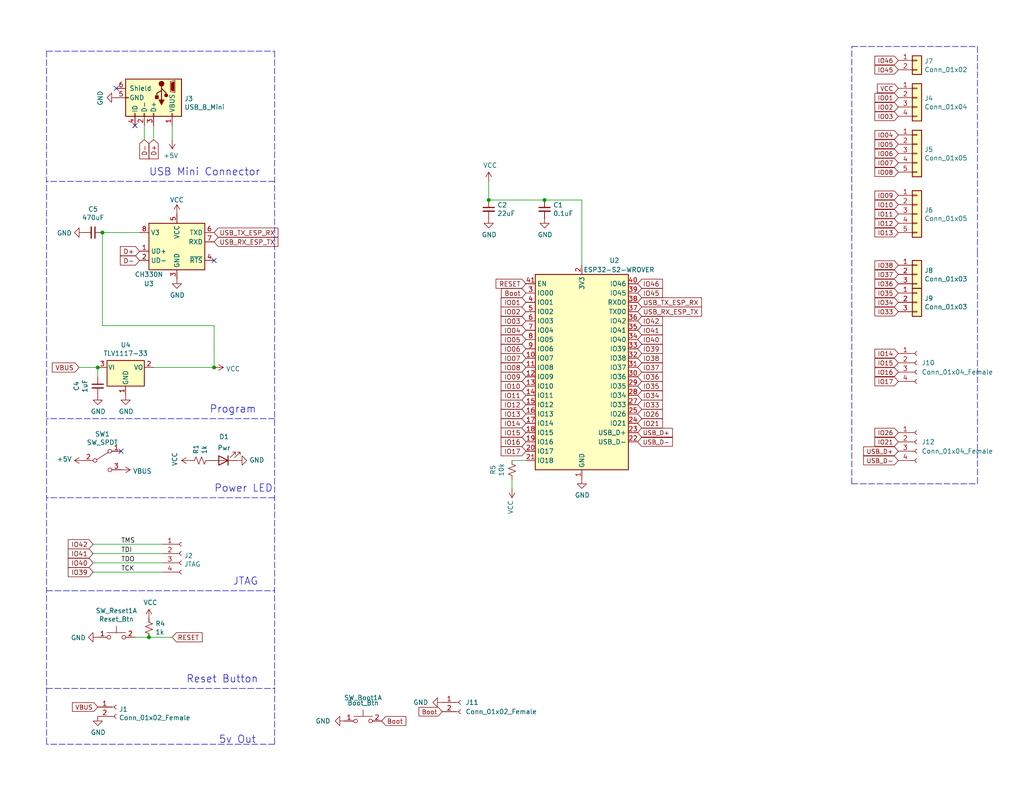
<source format=kicad_sch>
(kicad_sch (version 20211123) (generator eeschema)
  (paper "USLetter")
  (title_block (title "LED Strip Board") (date "2021-10-05") (rev "1.4") (company "BadgePirates") (comment 1 "ESP32-S2 WROVER"))
  (lib_symbols
    (symbol "Connector:Conn_01x02_Female" (pin_names (offset 1.016) hide)
      (property "Reference" "J" (at 0 2.54 0))
      (property "Value" "Conn_01x02_Female" (at 0 -5.08 0))
      (symbol "Conn_01x02_Female_1_1"
        (arc (start 0 -2.032) (mid -0.508 -2.54) (end 0 -3.048) (stroke (width 0.1524)))
        (polyline (pts (xy -1.27 -2.54) (xy -0.508 -2.54)) (stroke (width 0.1524)))
        (polyline (pts (xy -1.27 0) (xy -0.508 0)) (stroke (width 0.1524)))
        (arc (start 0 0.508) (mid -0.508 0) (end 0 -0.508) (stroke (width 0.1524)))
        (pin passive line (at -5.08 0 0) (length 3.81) (name "Pin_1") (number "1"))
        (pin passive line (at -5.08 -2.54 0) (length 3.81) (name "Pin_2") (number "2"))
      )
    )
    (symbol "Connector:Conn_01x04_Female" (pin_names (offset 1.016) hide)
      (property "Reference" "J" (at 0 5.08 0))
      (property "Value" "Conn_01x04_Female" (at 0 -7.62 0))
      (symbol "Conn_01x04_Female_1_1"
        (arc (start 0 -4.572) (mid -0.508 -5.08) (end 0 -5.588) (stroke (width 0.1524)))
        (arc (start 0 -2.032) (mid -0.508 -2.54) (end 0 -3.048) (stroke (width 0.1524)))
        (polyline (pts (xy -1.27 -5.08) (xy -0.508 -5.08)) (stroke (width 0.1524)))
        (polyline (pts (xy -1.27 -2.54) (xy -0.508 -2.54)) (stroke (width 0.1524)))
        (polyline (pts (xy -1.27 0) (xy -0.508 0)) (stroke (width 0.1524)))
        (polyline (pts (xy -1.27 2.54) (xy -0.508 2.54)) (stroke (width 0.1524)))
        (arc (start 0 0.508) (mid -0.508 0) (end 0 -0.508) (stroke (width 0.1524)))
        (arc (start 0 3.048) (mid -0.508 2.54) (end 0 2.032) (stroke (width 0.1524)))
        (pin passive line (at -5.08 2.54 0) (length 3.81) (name "Pin_1") (number "1"))
        (pin passive line (at -5.08 0 0) (length 3.81) (name "Pin_2") (number "2"))
        (pin passive line (at -5.08 -2.54 0) (length 3.81) (name "Pin_3") (number "3"))
        (pin passive line (at -5.08 -5.08 0) (length 3.81) (name "Pin_4") (number "4"))
      )
    )
    (symbol "Connector:USB_B_Mini" (pin_names (offset 1.016))
      (property "Reference" "J" (at -5.08 11.43 0))
      (property "Value" "USB_B_Mini" (at -5.08 8.89 0))
      (symbol "USB_B_Mini_0_1"
        (rectangle (start -5.08 -7.62) (end 5.08 7.62) (stroke (width 0.254)) (fill (type background)))
        (circle (center -3.81 2.159) (radius 0.635) (stroke (width 0.254)) (fill (type outline)))
        (circle (center -0.635 3.429) (radius 0.381) (stroke (width 0.254)) (fill (type outline)))
        (rectangle (start -0.127 -7.62) (end 0.127 -6.858))
        (polyline (pts (xy -1.905 2.159) (xy 0.635 2.159)) (stroke (width 0.254)))
        (polyline (pts (xy -3.175 2.159) (xy -2.54 2.159) (xy -1.27 3.429) (xy -0.635 3.429)) (stroke (width 0.254)))
        (polyline (pts (xy -2.54 2.159) (xy -1.905 2.159) (xy -1.27 0.889) (xy 0 0.889)) (stroke (width 0.254)))
        (polyline (pts (xy 0.635 2.794) (xy 0.635 1.524) (xy 1.905 2.159) (xy 0.635 2.794)) (stroke (width 0.254)) (fill (type outline)))
        (polyline (pts (xy -4.318 5.588) (xy -1.778 5.588) (xy -2.032 4.826) (xy -4.064 4.826) (xy -4.318 5.588)) (fill (type outline)))
        (polyline (pts (xy -4.699 5.842) (xy -4.699 5.588) (xy -4.445 4.826) (xy -4.445 4.572) (xy -1.651 4.572) (xy -1.651 4.826) (xy -1.397 5.588) (xy -1.397 5.842) (xy -4.699 5.842)))
        (rectangle (start 0.254 1.27) (end -0.508 0.508) (stroke (width 0.254)) (fill (type outline)))
        (rectangle (start 5.08 -5.207) (end 4.318 -4.953))
        (rectangle (start 5.08 -2.667) (end 4.318 -2.413))
        (rectangle (start 5.08 -0.127) (end 4.318 0.127))
        (rectangle (start 5.08 4.953) (end 4.318 5.207))
      )
      (symbol "USB_B_Mini_1_1"
        (pin power_out line (at 7.62 5.08 180) (length 2.54) (name "VBUS") (number "1"))
        (pin bidirectional line (at 7.62 -2.54 180) (length 2.54) (name "D-") (number "2"))
        (pin bidirectional line (at 7.62 0 180) (length 2.54) (name "D+") (number "3"))
        (pin passive line (at 7.62 -5.08 180) (length 2.54) (name "ID") (number "4"))
        (pin power_out line (at 0 -10.16 90) (length 2.54) (name "GND") (number "5"))
        (pin passive line (at -2.54 -10.16 90) (length 2.54) (name "Shield") (number "6"))
      )
    )
    (symbol "Connector_Generic:Conn_01x02" (pin_names (offset 1.016) hide)
      (property "Reference" "J" (at 0 2.54 0))
      (property "Value" "Conn_01x02" (at 0 -5.08 0))
      (symbol "Conn_01x02_1_1"
        (rectangle (start -1.27 -2.413) (end 0 -2.667) (stroke (width 0.1524)))
        (rectangle (start -1.27 0.127) (end 0 -0.127) (stroke (width 0.1524)))
        (rectangle (start -1.27 1.27) (end 1.27 -3.81) (stroke (width 0.254)) (fill (type background)))
        (pin passive line (at -5.08 0 0) (length 3.81) (name "Pin_1") (number "1"))
        (pin passive line (at -5.08 -2.54 0) (length 3.81) (name "Pin_2") (number "2"))
      )
    )
    (symbol "Connector_Generic:Conn_01x03" (pin_names (offset 1.016) hide)
      (property "Reference" "J" (at 0 5.08 0))
      (property "Value" "Conn_01x03" (at 0 -5.08 0))
      (symbol "Conn_01x03_1_1"
        (rectangle (start -1.27 -2.413) (end 0 -2.667) (stroke (width 0.1524)))
        (rectangle (start -1.27 0.127) (end 0 -0.127) (stroke (width 0.1524)))
        (rectangle (start -1.27 2.667) (end 0 2.413) (stroke (width 0.1524)))
        (rectangle (start -1.27 3.81) (end 1.27 -3.81) (stroke (width 0.254)) (fill (type background)))
        (pin passive line (at -5.08 2.54 0) (length 3.81) (name "Pin_1") (number "1"))
        (pin passive line (at -5.08 0 0) (length 3.81) (name "Pin_2") (number "2"))
        (pin passive line (at -5.08 -2.54 0) (length 3.81) (name "Pin_3") (number "3"))
      )
    )
    (symbol "Connector_Generic:Conn_01x04" (pin_names (offset 1.016) hide)
      (property "Reference" "J" (at 0 5.08 0))
      (property "Value" "Conn_01x04" (at 0 -7.62 0))
      (symbol "Conn_01x04_1_1"
        (rectangle (start -1.27 -4.953) (end 0 -5.207) (stroke (width 0.1524)))
        (rectangle (start -1.27 -2.413) (end 0 -2.667) (stroke (width 0.1524)))
        (rectangle (start -1.27 0.127) (end 0 -0.127) (stroke (width 0.1524)))
        (rectangle (start -1.27 2.667) (end 0 2.413) (stroke (width 0.1524)))
        (rectangle (start -1.27 3.81) (end 1.27 -6.35) (stroke (width 0.254)) (fill (type background)))
        (pin passive line (at -5.08 2.54 0) (length 3.81) (name "Pin_1") (number "1"))
        (pin passive line (at -5.08 0 0) (length 3.81) (name "Pin_2") (number "2"))
        (pin passive line (at -5.08 -2.54 0) (length 3.81) (name "Pin_3") (number "3"))
        (pin passive line (at -5.08 -5.08 0) (length 3.81) (name "Pin_4") (number "4"))
      )
    )
    (symbol "Connector_Generic:Conn_01x05" (pin_names (offset 1.016) hide)
      (property "Reference" "J" (at 0 7.62 0))
      (property "Value" "Conn_01x05" (at 0 -7.62 0))
      (symbol "Conn_01x05_1_1"
        (rectangle (start -1.27 -4.953) (end 0 -5.207) (stroke (width 0.1524)))
        (rectangle (start -1.27 -2.413) (end 0 -2.667) (stroke (width 0.1524)))
        (rectangle (start -1.27 0.127) (end 0 -0.127) (stroke (width 0.1524)))
        (rectangle (start -1.27 2.667) (end 0 2.413) (stroke (width 0.1524)))
        (rectangle (start -1.27 5.207) (end 0 4.953) (stroke (width 0.1524)))
        (rectangle (start -1.27 6.35) (end 1.27 -6.35) (stroke (width 0.254)) (fill (type background)))
        (pin passive line (at -5.08 5.08 0) (length 3.81) (name "Pin_1") (number "1"))
        (pin passive line (at -5.08 2.54 0) (length 3.81) (name "Pin_2") (number "2"))
        (pin passive line (at -5.08 0 0) (length 3.81) (name "Pin_3") (number "3"))
        (pin passive line (at -5.08 -2.54 0) (length 3.81) (name "Pin_4") (number "4"))
        (pin passive line (at -5.08 -5.08 0) (length 3.81) (name "Pin_5") (number "5"))
      )
    )
    (symbol "Device:C_Small" (pin_numbers hide) (pin_names (offset 0.254) hide)
      (property "Reference" "C" (at 0.254 1.778 0))
      (property "Value" "C_Small" (at 0.254 -2.032 0))
      (symbol "C_Small_0_1"
        (polyline (pts (xy -1.524 -0.508) (xy 1.524 -0.508)) (stroke (width 0.3302)))
        (polyline (pts (xy -1.524 0.508) (xy 1.524 0.508)) (stroke (width 0.3048)))
      )
      (symbol "C_Small_1_1"
        (pin passive line (at 0 2.54 270) (length 2.032) (name "~") (number "1"))
        (pin passive line (at 0 -2.54 90) (length 2.032) (name "~") (number "2"))
      )
    )
    (symbol "Device:LED" (pin_numbers hide) (pin_names (offset 1.016) hide)
      (property "Reference" "D" (at 0 2.54 0))
      (property "Value" "LED" (at 0 -2.54 0))
      (symbol "LED_0_1"
        (polyline (pts (xy -1.27 -1.27) (xy -1.27 1.27)) (stroke (width 0.254)))
        (polyline (pts (xy -1.27 0) (xy 1.27 0)))
        (polyline (pts (xy 1.27 -1.27) (xy 1.27 1.27) (xy -1.27 0) (xy 1.27 -1.27)) (stroke (width 0.254)))
        (polyline (pts (xy -3.048 -0.762) (xy -4.572 -2.286) (xy -3.81 -2.286) (xy -4.572 -2.286) (xy -4.572 -1.524)))
        (polyline (pts (xy -1.778 -0.762) (xy -3.302 -2.286) (xy -2.54 -2.286) (xy -3.302 -2.286) (xy -3.302 -1.524)))
      )
      (symbol "LED_1_1"
        (pin passive line (at -3.81 0 0) (length 2.54) (name "K") (number "1"))
        (pin passive line (at 3.81 0 180) (length 2.54) (name "A") (number "2"))
      )
    )
    (symbol "Device:R_Small_US" (pin_numbers hide) (pin_names (offset 0.254) hide)
      (property "Reference" "R" (at 0.762 0.508 0))
      (property "Value" "R_Small_US" (at 0.762 -1.016 0))
      (symbol "R_Small_US_1_1"
        (polyline (pts (xy 0 0) (xy 1.016 -0.381) (xy 0 -0.762) (xy -1.016 -1.143) (xy 0 -1.524)))
        (polyline (pts (xy 0 1.524) (xy 1.016 1.143) (xy 0 0.762) (xy -1.016 0.381) (xy 0 0)))
        (pin passive line (at 0 2.54 270) (length 1.016) (name "~") (number "1"))
        (pin passive line (at 0 -2.54 90) (length 1.016) (name "~") (number "2"))
      )
    )
    (symbol "Interface_USB:CH330N"
      (property "Reference" "U" (at -7.62 6.35 0))
      (property "Value" "CH330N" (at 7.62 6.35 0))
      (symbol "CH330N_0_1"
        (rectangle (start -7.62 5.08) (end 7.62 -7.62) (stroke (width 0.254)) (fill (type background)))
      )
      (symbol "CH330N_1_1"
        (pin bidirectional line (at -10.16 -2.54 0) (length 2.54) (name "UD+") (number "1"))
        (pin bidirectional line (at -10.16 -5.08 0) (length 2.54) (name "UD-") (number "2"))
        (pin power_in line (at 0 -10.16 90) (length 2.54) (name "GND") (number "3"))
        (pin output line (at 10.16 -5.08 180) (length 2.54) (name "~{RTS}") (number "4"))
        (pin power_in line (at 0 7.62 270) (length 2.54) (name "VCC") (number "5"))
        (pin output line (at 10.16 2.54 180) (length 2.54) (name "TXD") (number "6"))
        (pin input line (at 10.16 0 180) (length 2.54) (name "RXD") (number "7"))
        (pin passive line (at -10.16 2.54 0) (length 2.54) (name "V3") (number "8"))
      )
    )
    (symbol "RF_Module:ESP32-S2-WROVER"
      (property "Reference" "U" (at -12.7 29.21 0))
      (property "Value" "ESP32-S2-WROVER" (at 2.54 29.21 0))
      (symbol "ESP32-S2-WROVER_0_1"
        (rectangle (start -12.7 27.94) (end 12.7 -25.4) (stroke (width 0.254)) (fill (type background)))
      )
      (symbol "ESP32-S2-WROVER_1_1"
        (pin power_in line (at 0 -27.94 90) (length 2.54) (name "GND") (number "1"))
        (pin bidirectional line (at -15.24 5.08 0) (length 2.54) (name "IO07") (number "10"))
        (pin bidirectional line (at -15.24 2.54 0) (length 2.54) (name "IO08") (number "11"))
        (pin bidirectional line (at -15.24 0 0) (length 2.54) (name "IO09") (number "12"))
        (pin bidirectional line (at -15.24 -2.54 0) (length 2.54) (name "IO10") (number "13"))
        (pin bidirectional line (at -15.24 -5.08 0) (length 2.54) (name "IO11") (number "14"))
        (pin bidirectional line (at -15.24 -7.62 0) (length 2.54) (name "IO12") (number "15"))
        (pin bidirectional line (at -15.24 -10.16 0) (length 2.54) (name "IO13") (number "16"))
        (pin bidirectional line (at -15.24 -12.7 0) (length 2.54) (name "IO14") (number "17"))
        (pin bidirectional line (at -15.24 -15.24 0) (length 2.54) (name "IO15") (number "18"))
        (pin bidirectional line (at -15.24 -17.78 0) (length 2.54) (name "IO16") (number "19"))
        (pin power_in line (at 0 30.48 270) (length 2.54) (name "3V3") (number "2"))
        (pin bidirectional line (at -15.24 -20.32 0) (length 2.54) (name "IO17") (number "20"))
        (pin bidirectional line (at -15.24 -22.86 0) (length 2.54) (name "IO18") (number "21"))
        (pin bidirectional line (at 15.24 -17.78 180) (length 2.54) (name "USB_D-") (number "22"))
        (pin bidirectional line (at 15.24 -15.24 180) (length 2.54) (name "USB_D+") (number "23"))
        (pin bidirectional line (at 15.24 -12.7 180) (length 2.54) (name "IO21") (number "24"))
        (pin bidirectional line (at 15.24 -10.16 180) (length 2.54) (name "IO26") (number "25"))
        (pin passive line (at 0 -27.94 90) (length 2.54) hide (name "GND") (number "26"))
        (pin bidirectional line (at 15.24 -7.62 180) (length 2.54) (name "IO33") (number "27"))
        (pin bidirectional line (at 15.24 -5.08 180) (length 2.54) (name "IO34") (number "28"))
        (pin bidirectional line (at 15.24 -2.54 180) (length 2.54) (name "IO35") (number "29"))
        (pin bidirectional line (at -15.24 22.86 0) (length 2.54) (name "IO00") (number "3"))
        (pin bidirectional line (at 15.24 0 180) (length 2.54) (name "IO36") (number "30"))
        (pin bidirectional line (at 15.24 2.54 180) (length 2.54) (name "IO37") (number "31"))
        (pin bidirectional line (at 15.24 5.08 180) (length 2.54) (name "IO38") (number "32"))
        (pin bidirectional line (at 15.24 7.62 180) (length 2.54) (name "IO39") (number "33"))
        (pin bidirectional line (at 15.24 10.16 180) (length 2.54) (name "IO40") (number "34"))
        (pin bidirectional line (at 15.24 12.7 180) (length 2.54) (name "IO41") (number "35"))
        (pin bidirectional line (at 15.24 15.24 180) (length 2.54) (name "IO42") (number "36"))
        (pin bidirectional line (at 15.24 17.78 180) (length 2.54) (name "TXD0") (number "37"))
        (pin bidirectional line (at 15.24 20.32 180) (length 2.54) (name "RXD0") (number "38"))
        (pin bidirectional line (at 15.24 22.86 180) (length 2.54) (name "IO45") (number "39"))
        (pin bidirectional line (at -15.24 20.32 0) (length 2.54) (name "IO01") (number "4"))
        (pin input line (at 15.24 25.4 180) (length 2.54) (name "IO46") (number "40"))
        (pin input line (at -15.24 25.4 0) (length 2.54) (name "EN") (number "41"))
        (pin passive line (at 0 -27.94 90) (length 2.54) hide (name "GND") (number "42"))
        (pin passive line (at 0 -27.94 90) (length 2.54) hide (name "GND") (number "43"))
        (pin bidirectional line (at -15.24 17.78 0) (length 2.54) (name "IO02") (number "5"))
        (pin bidirectional line (at -15.24 15.24 0) (length 2.54) (name "IO03") (number "6"))
        (pin bidirectional line (at -15.24 12.7 0) (length 2.54) (name "IO04") (number "7"))
        (pin bidirectional line (at -15.24 10.16 0) (length 2.54) (name "IO05") (number "8"))
        (pin bidirectional line (at -15.24 7.62 0) (length 2.54) (name "IO06") (number "9"))
      )
    )
    (symbol "Regulator_Linear:TLV1117-33" (pin_names (offset 0.254))
      (property "Reference" "U" (at -3.81 3.175 0))
      (property "Value" "TLV1117-33" (at 0 3.175 0))
      (symbol "TLV1117-33_0_1"
        (rectangle (start -5.08 -5.08) (end 5.08 1.905) (stroke (width 0.254)) (fill (type background)))
      )
      (symbol "TLV1117-33_1_1"
        (pin power_in line (at 0 -7.62 90) (length 2.54) (name "GND") (number "1"))
        (pin power_out line (at 7.62 0 180) (length 2.54) (name "VO") (number "2"))
        (pin power_in line (at -7.62 0 0) (length 2.54) (name "VI") (number "3"))
      )
    )
    (symbol "Switch:SW_Push_Dual_x2" (pin_names (offset 1.016) hide)
      (property "Reference" "SW" (at 1.27 2.54 0))
      (property "Value" "SW_Push_Dual_x2" (at 0 -1.524 0))
      (symbol "SW_Push_Dual_x2_0_1"
        (circle (center -2.032 0) (radius 0.508))
        (polyline (pts (xy 0 1.27) (xy 0 3.048)))
        (polyline (pts (xy 2.54 1.27) (xy -2.54 1.27)))
        (circle (center 2.032 0) (radius 0.508))
      )
      (symbol "SW_Push_Dual_x2_1_1"
        (pin passive line (at -5.08 0 0) (length 2.54) (name "C") (number "1"))
        (pin passive line (at 5.08 0 180) (length 2.54) (name "D") (number "2"))
      )
      (symbol "SW_Push_Dual_x2_2_1"
        (pin passive line (at -5.08 0 0) (length 2.54) (name "C") (number "3"))
        (pin passive line (at 5.08 0 180) (length 2.54) (name "D") (number "4"))
      )
    )
    (symbol "Switch:SW_SPDT" (pin_names (offset 0) hide)
      (property "Reference" "SW" (at 0 4.318 0))
      (property "Value" "SW_SPDT" (at 0 -5.08 0))
      (symbol "SW_SPDT_0_0"
        (circle (center -2.032 0) (radius 0.508))
        (circle (center 2.032 -2.54) (radius 0.508))
      )
      (symbol "SW_SPDT_0_1"
        (polyline (pts (xy -1.524 0.254) (xy 1.651 2.286)))
        (circle (center 2.032 2.54) (radius 0.508))
      )
      (symbol "SW_SPDT_1_1"
        (pin passive line (at 5.08 2.54 180) (length 2.54) (name "A") (number "1"))
        (pin passive line (at -5.08 0 0) (length 2.54) (name "B") (number "2"))
        (pin passive line (at 5.08 -2.54 180) (length 2.54) (name "C") (number "3"))
      )
    )
    (symbol "power:+5V" (power) (pin_names (offset 0))
      (property "Value" "+5V" (at 0 3.556 0))
      (symbol "+5V_0_1"
        (polyline (pts (xy -0.762 1.27) (xy 0 2.54)))
        (polyline (pts (xy 0 0) (xy 0 2.54)))
        (polyline (pts (xy 0 2.54) (xy 0.762 1.27)))
      )
      (symbol "+5V_1_1"
        (pin power_in line (at 0 0 90) (length 0) hide (name "+5V") (number "1"))
      )
    )
    (symbol "power:GND" (power) (pin_names (offset 0))
      (property "Value" "GND" (at 0 -3.81 0))
      (symbol "GND_0_1"
        (polyline (pts (xy 0 0) (xy 0 -1.27) (xy 1.27 -1.27) (xy 0 -2.54) (xy -1.27 -1.27) (xy 0 -1.27)))
      )
      (symbol "GND_1_1"
        (pin power_in line (at 0 0 270) (length 0) hide (name "GND") (number "1"))
      )
    )
    (symbol "power:VBUS" (power) (pin_names (offset 0))
      (property "Value" "VBUS" (at 0 3.81 0))
      (symbol "VBUS_0_1"
        (polyline (pts (xy -0.762 1.27) (xy 0 2.54)))
        (polyline (pts (xy 0 0) (xy 0 2.54)))
        (polyline (pts (xy 0 2.54) (xy 0.762 1.27)))
      )
      (symbol "VBUS_1_1"
        (pin power_in line (at 0 0 90) (length 0) hide (name "VBUS") (number "1"))
      )
    )
    (symbol "power:VCC" (power) (pin_names (offset 0))
      (property "Value" "VCC" (at 0 3.81 0))
      (symbol "VCC_0_1"
        (polyline (pts (xy -0.762 1.27) (xy 0 2.54)))
        (polyline (pts (xy 0 0) (xy 0 2.54)))
        (polyline (pts (xy 0 2.54) (xy 0.762 1.27)))
      )
      (symbol "VCC_1_1"
        (pin power_in line (at 0 0 90) (length 0) hide (name "VCC") (number "1"))
      )
    )
  )
  (junction (at 27.94 63.5))
  (junction (at 148.59 54.61))
  (junction (at 133.35 54.61))
  (junction (at 26.67 100.33))
  (junction (at 58.42 100.33))
  (junction (at 40.64 173.99))
  (no_connect (at 36.83 34.29))
  (no_connect (at 58.42 71.12))
  (no_connect (at 31.75 24.13))
  (no_connect (at 33.02 123.19))
  (polyline (pts (xy 12.7 161.29) (xy 74.93 161.29)))
  (wire (pts (xy 25.4 148.59) (xy 44.45 148.59)))
  (wire (pts (xy 39.37 34.29) (xy 39.37 38.1)))
  (polyline (pts (xy 232.41 132.08) (xy 266.7 132.08)))
  (polyline (pts (xy 232.41 132.08) (xy 232.41 12.7)))
  (wire (pts (xy 139.7 130.81) (xy 139.7 133.35)))
  (polyline (pts (xy 266.7 12.7) (xy 266.7 68.58)))
  (wire (pts (xy 40.64 173.99) (xy 46.99 173.99)))
  (polyline (pts (xy 12.7 13.97) (xy 74.93 13.97)))
  (wire (pts (xy 25.4 153.67) (xy 44.45 153.67)))
  (wire (pts (xy 26.67 100.33) (xy 21.59 100.33)))
  (polyline (pts (xy 12.7 13.97) (xy 12.7 203.2)))
  (wire (pts (xy 36.83 173.99) (xy 40.64 173.99)))
  (polyline (pts (xy 12.7 187.96) (xy 74.93 187.96)))
  (wire (pts (xy 27.94 88.9) (xy 58.42 88.9)))
  (wire (pts (xy 133.35 54.61) (xy 133.35 49.53)))
  (polyline (pts (xy 232.41 12.7) (xy 266.7 12.7)))
  (wire (pts (xy 143.51 125.73) (xy 139.7 125.73)))
  (wire (pts (xy 158.75 54.61) (xy 158.75 72.39)))
  (polyline (pts (xy 74.93 114.3) (xy 12.7 114.3)))
  (wire (pts (xy 26.67 102.87) (xy 26.67 100.33)))
  (wire (pts (xy 148.59 54.61) (xy 158.75 54.61)))
  (wire (pts (xy 133.35 54.61) (xy 148.59 54.61)))
  (polyline (pts (xy 74.93 203.2) (xy 12.7 203.2)))
  (wire (pts (xy 27.94 63.5) (xy 27.94 88.9)))
  (wire (pts (xy 25.4 151.13) (xy 44.45 151.13)))
  (wire (pts (xy 38.1 63.5) (xy 27.94 63.5)))
  (polyline (pts (xy 74.93 49.53) (xy 12.7 49.53)))
  (wire (pts (xy 58.42 88.9) (xy 58.42 100.33)))
  (wire (pts (xy 25.4 156.21) (xy 44.45 156.21)))
  (wire (pts (xy 46.99 34.29) (xy 46.99 38.1)))
  (wire (pts (xy 41.91 100.33) (xy 58.42 100.33)))
  (wire (pts (xy 41.91 34.29) (xy 41.91 38.1)))
  (polyline (pts (xy 74.93 135.89) (xy 12.7 135.89)))
  (polyline (pts (xy 266.7 68.58) (xy 266.7 132.08)))
  (polyline (pts (xy 74.93 13.97) (xy 74.93 203.2)))
  (text "Power LED" (at 58.42 134.62 0) (effects (font (size 2.0066 2.0066)) (justify left bottom)))
  (text "Program" (at 57.15 113.03 0) (effects (font (size 2.0066 2.0066)) (justify left bottom)))
  (text "Reset Button\n" (at 50.8 186.69 0) (effects (font (size 2.0066 2.0066)) (justify left bottom)))
  (text "JTAG" (at 63.5 160.02 0) (effects (font (size 2.0066 2.0066)) (justify left bottom)))
  (text "USB Mini Connector" (at 40.64 48.26 0) (effects (font (size 2.0066 2.0066)) (justify left bottom)))
  (text "5v Out" (at 59.69 203.2 0) (effects (font (size 2.0066 2.0066)) (justify left bottom)))
  (label "TMS" (at 33.02 148.59 0))
  (label "TDI" (at 33.02 151.13 0))
  (label "TDO" (at 33.02 153.67 0))
  (label "TCK" (at 33.02 156.21 0))
  (global_label "IO01" (shape input) (at 245.11 26.67 180) (effects (font (size 1.2 1.2))) (property "Intersheet References" "${INTERSHEET_REFS}" (effects hide)))
  (global_label "IO26" (shape input) (at 173.99 113.03 0) (property "Intersheet References" "${INTERSHEET_REFS}" (effects hide)))
  (global_label "IO37" (shape input) (at 245.11 74.93 180) (effects (font (size 1.2 1.2))) (property "Intersheet References" "${INTERSHEET_REFS}" (effects hide)))
  (global_label "IO16" (shape input) (at 143.51 120.65 180) (property "Intersheet References" "${INTERSHEET_REFS}" (effects hide)))
  (global_label "IO03" (shape input) (at 245.11 31.75 180) (effects (font (size 1.2 1.2))) (property "Intersheet References" "${INTERSHEET_REFS}" (effects hide)))
  (global_label "RESET" (shape input) (at 143.51 77.47 180) (property "Intersheet References" "${INTERSHEET_REFS}" (effects hide)))
  (global_label "IO40" (shape input) (at 173.99 92.71 0) (property "Intersheet References" "${INTERSHEET_REFS}" (effects hide)))
  (global_label "IO34" (shape input) (at 245.11 82.55 180) (effects (font (size 1.2 1.2))) (property "Intersheet References" "${INTERSHEET_REFS}" (effects hide)))
  (global_label "IO06" (shape input) (at 245.11 41.91 180) (effects (font (size 1.2 1.2))) (property "Intersheet References" "${INTERSHEET_REFS}" (effects hide)))
  (global_label "USB_RX_ESP_TX" (shape input) (at 58.42 66.04 0) (property "Intersheet References" "${INTERSHEET_REFS}" (effects hide)))
  (global_label "RESET" (shape input) (at 46.99 173.99 0) (property "Intersheet References" "${INTERSHEET_REFS}" (effects hide)))
  (global_label "IO40" (shape input) (at 25.4 153.67 180) (property "Intersheet References" "${INTERSHEET_REFS}" (effects hide)))
  (global_label "IO39" (shape input) (at 25.4 156.21 180) (property "Intersheet References" "${INTERSHEET_REFS}" (effects hide)))
  (global_label "IO16" (shape input) (at 245.11 101.6 180) (effects (font (size 1.2 1.2))) (property "Intersheet References" "${INTERSHEET_REFS}" (effects hide)))
  (global_label "IO13" (shape input) (at 245.11 63.5 180) (effects (font (size 1.2 1.2))) (property "Intersheet References" "${INTERSHEET_REFS}" (effects hide)))
  (global_label "IO38" (shape input) (at 173.99 97.79 0) (property "Intersheet References" "${INTERSHEET_REFS}" (effects hide)))
  (global_label "IO13" (shape input) (at 143.51 113.03 180) (property "Intersheet References" "${INTERSHEET_REFS}" (effects hide)))
  (global_label "IO21" (shape input) (at 245.11 120.65 180) (effects (font (size 1.2 1.2))) (property "Intersheet References" "${INTERSHEET_REFS}" (effects hide)))
  (global_label "USB_TX_ESP_RX" (shape input) (at 58.42 63.5 0) (property "Intersheet References" "${INTERSHEET_REFS}" (effects hide)))
  (global_label "IO06" (shape input) (at 143.51 95.25 180) (property "Intersheet References" "${INTERSHEET_REFS}" (effects hide)))
  (global_label "IO02" (shape input) (at 245.11 29.21 180) (effects (font (size 1.2 1.2))) (property "Intersheet References" "${INTERSHEET_REFS}" (effects hide)))
  (global_label "IO36" (shape input) (at 173.99 102.87 0) (property "Intersheet References" "${INTERSHEET_REFS}" (effects hide)))
  (global_label "D-" (shape input) (at 38.1 71.12 180) (property "Intersheet References" "${INTERSHEET_REFS}" (effects hide)))
  (global_label "IO04" (shape input) (at 143.51 90.17 180) (property "Intersheet References" "${INTERSHEET_REFS}" (effects hide)))
  (global_label "USB_TX_ESP_RX" (shape input) (at 173.99 82.55 0) (property "Intersheet References" "${INTERSHEET_REFS}" (effects hide)))
  (global_label "IO09" (shape input) (at 143.51 102.87 180) (property "Intersheet References" "${INTERSHEET_REFS}" (effects hide)))
  (global_label "D+" (shape input) (at 41.91 38.1 270) (property "Intersheet References" "${INTERSHEET_REFS}" (effects hide)))
  (global_label "IO04" (shape input) (at 245.11 36.83 180) (effects (font (size 1.2 1.2))) (property "Intersheet References" "${INTERSHEET_REFS}" (effects hide)))
  (global_label "IO41" (shape input) (at 25.4 151.13 180) (property "Intersheet References" "${INTERSHEET_REFS}" (effects hide)))
  (global_label "D-" (shape input) (at 39.37 38.1 270) (property "Intersheet References" "${INTERSHEET_REFS}" (effects hide)))
  (global_label "IO45" (shape input) (at 173.99 80.01 0) (property "Intersheet References" "${INTERSHEET_REFS}" (effects hide)))
  (global_label "IO01" (shape input) (at 143.51 82.55 180) (property "Intersheet References" "${INTERSHEET_REFS}" (effects hide)))
  (global_label "Boot" (shape input) (at 104.14 196.85 0) (effects (font (size 1.25 1.25))) (property "Intersheet References" "${INTERSHEET_REFS}" (effects hide)))
  (global_label "IO02" (shape input) (at 143.51 85.09 180) (property "Intersheet References" "${INTERSHEET_REFS}" (effects hide)))
  (global_label "IO15" (shape input) (at 245.11 99.06 180) (effects (font (size 1.2 1.2))) (property "Intersheet References" "${INTERSHEET_REFS}" (effects hide)))
  (global_label "IO07" (shape input) (at 143.51 97.79 180) (property "Intersheet References" "${INTERSHEET_REFS}" (effects hide)))
  (global_label "IO10" (shape input) (at 143.51 105.41 180) (property "Intersheet References" "${INTERSHEET_REFS}" (effects hide)))
  (global_label "IO15" (shape input) (at 143.51 118.11 180) (property "Intersheet References" "${INTERSHEET_REFS}" (effects hide)))
  (global_label "VBUS" (shape input) (at 26.67 193.04 180) (effects (font (size 1.2 1.2))) (property "Intersheet References" "${INTERSHEET_REFS}" (effects hide)))
  (global_label "IO39" (shape input) (at 173.99 95.25 0) (property "Intersheet References" "${INTERSHEET_REFS}" (effects hide)))
  (global_label "IO41" (shape input) (at 173.99 90.17 0) (property "Intersheet References" "${INTERSHEET_REFS}" (effects hide)))
  (global_label "IO05" (shape input) (at 143.51 92.71 180) (property "Intersheet References" "${INTERSHEET_REFS}" (effects hide)))
  (global_label "IO34" (shape input) (at 173.99 107.95 0) (property "Intersheet References" "${INTERSHEET_REFS}" (effects hide)))
  (global_label "IO11" (shape input) (at 143.51 107.95 180) (property "Intersheet References" "${INTERSHEET_REFS}" (effects hide)))
  (global_label "D+" (shape input) (at 38.1 68.58 180) (property "Intersheet References" "${INTERSHEET_REFS}" (effects hide)))
  (global_label "USB_D+" (shape input) (at 245.11 123.19 180) (effects (font (size 1.2 1.2))) (property "Intersheet References" "${INTERSHEET_REFS}" (effects hide)))
  (global_label "IO08" (shape input) (at 143.51 100.33 180) (property "Intersheet References" "${INTERSHEET_REFS}" (effects hide)))
  (global_label "IO17" (shape input) (at 143.51 123.19 180) (property "Intersheet References" "${INTERSHEET_REFS}" (effects hide)))
  (global_label "IO03" (shape input) (at 143.51 87.63 180) (property "Intersheet References" "${INTERSHEET_REFS}" (effects hide)))
  (global_label "IO33" (shape input) (at 173.99 110.49 0) (property "Intersheet References" "${INTERSHEET_REFS}" (effects hide)))
  (global_label "IO17" (shape input) (at 245.11 104.14 180) (effects (font (size 1.2 1.2))) (property "Intersheet References" "${INTERSHEET_REFS}" (effects hide)))
  (global_label "IO36" (shape input) (at 245.11 77.47 180) (effects (font (size 1.2 1.2))) (property "Intersheet References" "${INTERSHEET_REFS}" (effects hide)))
  (global_label "IO12" (shape input) (at 143.51 110.49 180) (property "Intersheet References" "${INTERSHEET_REFS}" (effects hide)))
  (global_label "USB_D-" (shape input) (at 245.11 125.73 180) (effects (font (size 1.2 1.2))) (property "Intersheet References" "${INTERSHEET_REFS}" (effects hide)))
  (global_label "IO09" (shape input) (at 245.11 53.34 180) (effects (font (size 1.2 1.2))) (property "Intersheet References" "${INTERSHEET_REFS}" (effects hide)))
  (global_label "Boot" (shape input) (at 143.51 80.01 180) (property "Intersheet References" "${INTERSHEET_REFS}" (effects hide)))
  (global_label "IO42" (shape input) (at 173.99 87.63 0) (property "Intersheet References" "${INTERSHEET_REFS}" (effects hide)))
  (global_label "USB_D-" (shape input) (at 173.99 120.65 0) (effects (font (size 1.2 1.2))) (property "Intersheet References" "${INTERSHEET_REFS}" (effects hide)))
  (global_label "USB_RX_ESP_TX" (shape input) (at 173.99 85.09 0) (property "Intersheet References" "${INTERSHEET_REFS}" (effects hide)))
  (global_label "IO10" (shape input) (at 245.11 55.88 180) (effects (font (size 1.2 1.2))) (property "Intersheet References" "${INTERSHEET_REFS}" (effects hide)))
  (global_label "IO14" (shape input) (at 245.11 96.52 180) (effects (font (size 1.2 1.2))) (property "Intersheet References" "${INTERSHEET_REFS}" (effects hide)))
  (global_label "IO46" (shape input) (at 173.99 77.47 0) (property "Intersheet References" "${INTERSHEET_REFS}" (effects hide)))
  (global_label "VBUS" (shape input) (at 21.59 100.33 180) (property "Intersheet References" "${INTERSHEET_REFS}" (effects hide)))
  (global_label "IO26" (shape input) (at 245.11 118.11 180) (effects (font (size 1.2 1.2))) (property "Intersheet References" "${INTERSHEET_REFS}" (effects hide)))
  (global_label "USB_D+" (shape input) (at 173.99 118.11 0) (effects (font (size 1.2 1.2))) (property "Intersheet References" "${INTERSHEET_REFS}" (effects hide)))
  (global_label "VCC" (shape input) (at 245.11 24.13 180) (effects (font (size 1.2 1.2))) (property "Intersheet References" "${INTERSHEET_REFS}" (effects hide)))
  (global_label "IO35" (shape input) (at 245.11 80.01 180) (effects (font (size 1.2 1.2))) (property "Intersheet References" "${INTERSHEET_REFS}" (effects hide)))
  (global_label "IO05" (shape input) (at 245.11 39.37 180) (effects (font (size 1.2 1.2))) (property "Intersheet References" "${INTERSHEET_REFS}" (effects hide)))
  (global_label "IO14" (shape input) (at 143.51 115.57 180) (property "Intersheet References" "${INTERSHEET_REFS}" (effects hide)))
  (global_label "IO33" (shape input) (at 245.11 85.09 180) (effects (font (size 1.2 1.2))) (property "Intersheet References" "${INTERSHEET_REFS}" (effects hide)))
  (global_label "IO07" (shape input) (at 245.11 44.45 180) (effects (font (size 1.2 1.2))) (property "Intersheet References" "${INTERSHEET_REFS}" (effects hide)))
  (global_label "IO11" (shape input) (at 245.11 58.42 180) (effects (font (size 1.2 1.2))) (property "Intersheet References" "${INTERSHEET_REFS}" (effects hide)))
  (global_label "IO45" (shape input) (at 245.11 19.05 180) (effects (font (size 1.2 1.2))) (property "Intersheet References" "${INTERSHEET_REFS}" (effects hide)))
  (global_label "IO42" (shape input) (at 25.4 148.59 180) (property "Intersheet References" "${INTERSHEET_REFS}" (effects hide)))
  (global_label "IO37" (shape input) (at 173.99 100.33 0) (property "Intersheet References" "${INTERSHEET_REFS}" (effects hide)))
  (global_label "Boot" (shape input) (at 120.65 194.31 180) (effects (font (size 1.2 1.2))) (property "Intersheet References" "${INTERSHEET_REFS}" (effects hide)))
  (global_label "IO21" (shape input) (at 173.99 115.57 0) (property "Intersheet References" "${INTERSHEET_REFS}" (effects hide)))
  (global_label "IO12" (shape input) (at 245.11 60.96 180) (effects (font (size 1.2 1.2))) (property "Intersheet References" "${INTERSHEET_REFS}" (effects hide)))
  (global_label "IO08" (shape input) (at 245.11 46.99 180) (effects (font (size 1.2 1.2))) (property "Intersheet References" "${INTERSHEET_REFS}" (effects hide)))
  (global_label "IO38" (shape input) (at 245.11 72.39 180) (effects (font (size 1.2 1.2))) (property "Intersheet References" "${INTERSHEET_REFS}" (effects hide)))
  (global_label "IO35" (shape input) (at 173.99 105.41 0) (property "Intersheet References" "${INTERSHEET_REFS}" (effects hide)))
  (global_label "IO46" (shape input) (at 245.11 16.51 180) (effects (font (size 1.2 1.2))) (property "Intersheet References" "${INTERSHEET_REFS}" (effects hide)))
  (symbol (lib_id "RF_Module:ESP32-S2-WROVER") (at 158.75 102.87 0) (unit 1)
    (property "Reference" "U2" (at 167.64 71.12 0))
    (property "Value" "ESP32-S2-WROVER" (at 168.91 73.66 0))
    (property "Footprint" "BadgePirate:ESP32-S2-WROVER" (effects hide))
    (property "Datasheet" "https://www.espressif.com/sites/default/files/documentation/esp32-s2-wroom_esp32-s2-wroom-i_datasheet_en.pdf" (effects hide))
  )
  (symbol (lib_id "Device:LED") (at 60.96 125.73 180) (unit 1)
    (property "Reference" "D1" (at 61.1378 119.253 0))
    (property "Value" "Pwr" (at 61.1378 121.5644 0) (effects (justify bottom)))
    (property "Footprint" "BadgePirate:R_1206_3216Metric" (effects hide))
  )
  (symbol (lib_id "power:GND") (at 158.75 130.81 0) (unit 1)
    (property "Reference" "#PWR0101" (effects hide))
    (property "Value" "GND" (at 158.877 135.2042 0))
  )
  (symbol (lib_id "Device:R_Small_US") (at 139.7 128.27 0) (unit 1)
    (property "Reference" "R5" (at 134.493 128.27 90))
    (property "Value" "10k" (at 136.8044 128.27 90))
    (property "Footprint" "BadgePirate:R_1206_3216Metric" (effects hide))
  )
  (symbol (lib_id "Device:C_Small") (at 148.59 57.15 0) (unit 1)
    (property "Reference" "C1" (at 150.9268 55.9816 0) (effects (justify left)))
    (property "Value" "0.1uF" (at 150.9268 58.293 0) (effects (justify left)))
    (property "Footprint" "BadgePirate:C_0805_2012Metric" (effects hide))
  )
  (symbol (lib_id "Device:C_Small") (at 133.35 57.15 0) (unit 1)
    (property "Reference" "C2" (at 135.6868 55.9816 0) (effects (justify left)))
    (property "Value" "22uF" (at 135.6868 58.293 0) (effects (justify left)))
    (property "Footprint" "BadgePirate:C_0805_2012Metric" (effects hide))
  )
  (symbol (lib_id "power:GND") (at 31.75 26.67 270) (unit 1)
    (property "Reference" "#PWR0105" (effects hide))
    (property "Value" "GND" (at 27.3558 26.797 0))
  )
  (symbol (lib_id "power:VCC") (at 52.07 125.73 90) (unit 1)
    (property "Reference" "#PWR0110" (effects hide))
    (property "Value" "VCC" (at 47.6758 125.349 0))
  )
  (symbol (lib_id "power:VCC") (at 133.35 49.53 0) (unit 1)
    (property "Reference" "#PWR0111" (effects hide))
    (property "Value" "VCC" (at 133.731 45.1358 0))
  )
  (symbol (lib_id "power:GND") (at 133.35 59.69 0) (unit 1)
    (property "Reference" "#PWR0108" (effects hide))
    (property "Value" "GND" (at 133.477 64.0842 0))
  )
  (symbol (lib_id "power:GND") (at 148.59 59.69 0) (unit 1)
    (property "Reference" "#PWR0109" (effects hide))
    (property "Value" "GND" (at 148.717 64.0842 0))
  )
  (symbol (lib_id "Connector:Conn_01x04_Female") (at 49.53 151.13 0) (unit 1)
    (property "Reference" "J2" (at 50.2412 151.7396 0) (effects (justify left)))
    (property "Value" "JTAG" (at 50.2412 154.051 0) (effects (justify left)))
    (property "Footprint" "Digi:PinHeader_1x4_P2.54mm_Drill1.02mm" (effects hide))
  )
  (symbol (lib_id "power:VCC") (at 139.7 133.35 180) (unit 1)
    (property "Reference" "#PWR0114" (effects hide))
    (property "Value" "VCC" (at 139.319 136.5758 90) (effects (justify left)))
  )
  (symbol (lib_id "power:GND") (at 64.77 125.73 90) (unit 1)
    (property "Reference" "#PWR0113" (effects hide))
    (property "Value" "GND" (at 68.0212 125.603 90) (effects (justify right)))
  )
  (symbol (lib_id "Device:R_Small_US") (at 40.64 171.45 0) (unit 1)
    (property "Reference" "R4" (at 42.3672 170.2816 0) (effects (justify left)))
    (property "Value" "1k" (at 42.3672 172.593 0) (effects (justify left)))
    (property "Footprint" "BadgePirate:R_1206_3216Metric" (effects hide))
  )
  (symbol (lib_id "power:VCC") (at 40.64 168.91 0) (unit 1)
    (property "Reference" "#PWR0119" (effects hide))
    (property "Value" "VCC" (at 41.021 164.5158 0))
  )
  (symbol (lib_id "Device:R_Small_US") (at 54.61 125.73 90) (unit 1)
    (property "Reference" "R1" (at 53.4416 124.0028 0) (effects (justify left)))
    (property "Value" "1k" (at 55.753 124.0028 0) (effects (justify left)))
    (property "Footprint" "BadgePirate:R_1206_3216Metric" (effects hide))
  )
  (symbol (lib_id "Interface_USB:CH330N") (at 48.26 66.04 0) (unit 1)
    (property "Reference" "U3" (at 40.64 77.47 0))
    (property "Value" "CH330N" (at 40.64 74.93 0))
    (property "Footprint" "BadgePirate:SOIC-8-1EP_W3.9mm" (effects hide))
    (property "Datasheet" "http://www.wch.cn/downloads/file/240.html" (effects hide))
  )
  (symbol (lib_id "Regulator_Linear:TLV1117-33") (at 34.29 100.33 0) (unit 1)
    (property "Reference" "U4" (at 34.29 94.1832 0))
    (property "Value" "TLV1117-33" (at 34.29 96.4946 0))
    (property "Footprint" "BadgePirate:SOT-223" (effects hide))
    (property "Datasheet" "http://www.ti.com/lit/ds/symlink/tlv1117.pdf" (effects hide))
  )
  (symbol (lib_id "power:GND") (at 48.26 76.2 0) (unit 1)
    (property "Reference" "#PWR0115" (effects hide))
    (property "Value" "GND" (at 48.387 80.5942 0))
  )
  (symbol (lib_id "power:GND") (at 34.29 107.95 0) (unit 1)
    (property "Reference" "#PWR0116" (effects hide))
    (property "Value" "GND" (at 34.417 112.3442 0))
  )
  (symbol (lib_id "Device:C_Small") (at 25.4 63.5 270) (unit 1)
    (property "Reference" "C5" (at 25.4 57.0992 90))
    (property "Value" "470uF" (at 25.4 59.4106 90))
    (property "Footprint" "BadgePirate:C_0805_2012Metric" (effects hide))
  )
  (symbol (lib_id "power:GND") (at 22.86 63.5 270) (unit 1)
    (property "Reference" "#PWR0117" (effects hide))
    (property "Value" "GND" (at 19.6088 63.627 90) (effects (justify right)))
  )
  (symbol (lib_id "Connector:USB_B_Mini") (at 41.91 26.67 270) (unit 1)
    (property "Reference" "J3" (at 50.292 26.9494 90) (effects (justify left)))
    (property "Value" "USB_B_Mini" (at 50.292 29.2608 90) (effects (justify left)))
    (property "Footprint" "BadgePiratesFootprints:USB_Micro-B_Wuerth_629105150521" (effects hide))
  )
  (symbol (lib_id "power:VCC") (at 58.42 100.33 270) (unit 1)
    (property "Reference" "#PWR0120" (effects hide))
    (property "Value" "VCC" (at 61.6712 100.711 90) (effects (justify left)))
  )
  (symbol (lib_id "Switch:SW_Push_Dual_x2") (at 31.75 173.99 0) (unit 1)
    (property "Reference" "SW_Reset1" (at 31.75 166.751 0))
    (property "Value" "Reset_Btn" (at 31.75 169.0624 0))
    (property "Footprint" "BadgePirates:Switch_Tactile_SMD_B3U-1000P-BPVersion" (effects hide))
  )
  (symbol (lib_id "power:GND") (at 26.67 173.99 270) (unit 1)
    (property "Reference" "#PWR0122" (effects hide))
    (property "Value" "GND" (at 23.4188 174.117 90) (effects (justify right)))
  )
  (symbol (lib_id "Device:C_Small") (at 26.67 105.41 0) (unit 1)
    (property "Reference" "C4" (at 20.8534 105.41 90))
    (property "Value" "1uF" (at 23.1648 105.41 90))
    (property "Footprint" "BadgePirate:C_0805_2012Metric" (effects hide))
  )
  (symbol (lib_id "power:GND") (at 26.67 107.95 0) (unit 1)
    (property "Reference" "#PWR0125" (effects hide))
    (property "Value" "GND" (at 26.797 112.3442 0))
  )
  (symbol (lib_id "Connector:Conn_01x02_Female") (at 31.75 193.04 0) (unit 1)
    (property "Reference" "J1" (at 32.4612 193.6496 0) (effects (justify left)))
    (property "Value" "Conn_01x02_Female" (at 32.4612 195.961 0) (effects (justify left)))
    (property "Footprint" "BadgePirate:PinHeader_1x02_P2.54mm_Vertical" (effects hide))
  )
  (symbol (lib_id "power:GND") (at 26.67 195.58 0) (unit 1)
    (property "Reference" "#PWR0126" (effects hide))
    (property "Value" "GND" (at 26.797 199.9742 0))
  )
  (symbol (lib_id "power:VCC") (at 48.26 58.42 0) (unit 1)
    (property "Reference" "#PWR0118" (effects hide))
    (property "Value" "VCC" (at 48.26 54.61 0))
  )
  (symbol (lib_id "Switch:SW_SPDT") (at 27.94 125.73 0) (unit 1)
    (property "Reference" "SW1" (at 27.94 118.491 0))
    (property "Value" "SW_SPDT" (at 27.94 120.8024 0))
    (property "Footprint" "BadgePiratesFootprints:SW_SPDT_CK-JS102011SAQN" (effects hide))
  )
  (symbol (lib_id "power:VBUS") (at 33.02 128.27 270) (unit 1)
    (property "Reference" "#PWR0104" (effects hide))
    (property "Value" "VBUS" (at 36.2712 128.651 90) (effects (justify left)))
  )
  (symbol (lib_id "power:+5V") (at 22.86 125.73 90) (unit 1)
    (property "Reference" "#PWR0106" (effects hide))
    (property "Value" "+5V" (at 19.6088 125.349 90) (effects (justify left)))
  )
  (symbol (lib_id "power:+5V") (at 46.99 38.1 180) (unit 1)
    (property "Reference" "#PWR0107" (effects hide))
    (property "Value" "+5V" (at 46.609 42.4942 0))
  )
  (symbol (lib_id "Connector_Generic:Conn_01x05") (at 250.19 58.42 0) (unit 1)
    (property "Reference" "J6" (at 252.222 57.3532 0) (effects (justify left)))
    (property "Value" "Conn_01x05" (at 252.222 59.6646 0) (effects (justify left)))
    (property "Footprint" "Digi:PinHeader_1x5_P2.5mm_Drill1.1mm" (effects hide))
  )
  (symbol (lib_id "Connector_Generic:Conn_01x05") (at 250.19 41.91 0) (unit 1)
    (property "Reference" "J5" (at 252.222 40.8432 0) (effects (justify left)))
    (property "Value" "Conn_01x05" (at 252.222 43.1546 0) (effects (justify left)))
    (property "Footprint" "Digi:PinHeader_1x5_P2.5mm_Drill1.1mm" (effects hide))
  )
  (symbol (lib_id "Connector_Generic:Conn_01x02") (at 250.19 16.51 0) (unit 1)
    (property "Reference" "J7" (at 252.222 16.7132 0) (effects (justify left)))
    (property "Value" "Conn_01x02" (at 252.222 19.0246 0) (effects (justify left)))
    (property "Footprint" "Digi:PinHeader_1x2_P2.5mm_Drill1.1mm" (effects hide))
  )
  (symbol (lib_id "Connector_Generic:Conn_01x04") (at 250.19 26.67 0) (unit 1)
    (property "Reference" "J4" (at 252.222 26.8732 0) (effects (justify left)))
    (property "Value" "Conn_01x04" (at 252.222 29.1846 0) (effects (justify left)))
    (property "Footprint" "Digi:PinHeader_1x4_P2.5mm_Drill1.1mm" (effects hide))
  )
  (symbol (lib_id "Connector_Generic:Conn_01x03") (at 250.19 82.55 0) (unit 1)
    (property "Reference" "J9" (at 252.222 81.4832 0) (effects (justify left)))
    (property "Value" "Conn_01x03" (at 252.222 83.7946 0) (effects (justify left)))
    (property "Footprint" "Digi:PinHeader_1x3_P2.5mm_Drill1.1mm" (effects hide))
  )
  (symbol (lib_id "Connector_Generic:Conn_01x03") (at 250.19 74.93 0) (unit 1)
    (property "Reference" "J8" (at 252.222 73.8632 0) (effects (justify left)))
    (property "Value" "Conn_01x03" (at 252.222 76.1746 0) (effects (justify left)))
    (property "Footprint" "Digi:PinHeader_1x3_P2.5mm_Drill1.1mm" (effects hide))
  )
  (symbol (lib_id "Switch:SW_Push_Dual_x2") (at 99.06 196.85 0) (unit 1)
    (property "Reference" "SW_Boot1" (at 99.06 190.5 0))
    (property "Value" "Boot_Btn" (at 99.06 191.9224 0))
    (property "Footprint" "BadgePirates:Switch_Tactile_SMD_B3U-1000P-BPVersion" (effects hide))
  )
  (symbol (lib_id "Connector:Conn_01x02_Female") (at 125.73 191.77 0) (unit 1)
    (property "Reference" "J11" (at 127 191.7699 0) (effects (justify left)))
    (property "Value" "Conn_01x02_Female" (at 127 194.3099 0) (effects (justify left)))
    (property "Footprint" "BadgePirates:PinHeader_1x02_P2.54mm_Vertical" (effects hide))
  )
  (symbol (lib_id "Connector:Conn_01x04_Female") (at 250.19 120.65 0) (unit 1)
    (property "Reference" "J12" (at 251.46 120.6499 0) (effects (justify left)))
    (property "Value" "Conn_01x04_Female" (at 251.46 123.1899 0) (effects (justify left)))
    (property "Footprint" "Connector_PinHeader_2.54mm:PinHeader_1x04_P2.54mm_Vertical" (effects hide))
  )
  (symbol (lib_id "power:GND") (at 120.65 191.77 270) (unit 1)
    (property "Reference" "#PWR0103" (effects hide))
    (property "Value" "GND" (at 116.84 191.7699 90) (effects (justify right)))
  )
  (symbol (lib_id "Connector:Conn_01x04_Female") (at 250.19 99.06 0) (unit 1)
    (property "Reference" "J10" (at 251.46 99.0599 0) (effects (justify left)))
    (property "Value" "Conn_01x04_Female" (at 251.46 101.5999 0) (effects (justify left)))
    (property "Footprint" "Connector_PinHeader_2.54mm:PinHeader_1x04_P2.54mm_Vertical" (effects hide))
  )
  (symbol (lib_id "power:GND") (at 93.98 196.85 270) (unit 1)
    (property "Reference" "#PWR0102" (effects hide))
    (property "Value" "GND" (at 90.17 196.8499 90) (effects (justify right)))
  )
)
</source>
